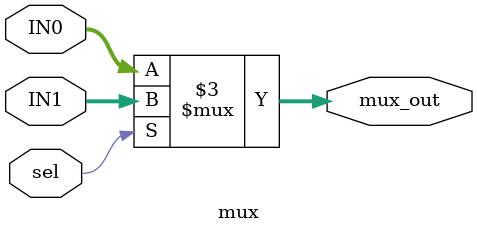
<source format=v>
module mux #(parameter WIDTH = 13) (
	input		wire		[WIDTH-1:0]			IN0,
	input		wire		[WIDTH-1:0]			IN1,			
	input		wire							sel,
	output 		reg			[WIDTH-1:0]			mux_out
);

always @(*) begin 
	if (sel) begin
		mux_out = IN1;
	end
	else begin
		mux_out = IN0;
	end
end

endmodule
</source>
